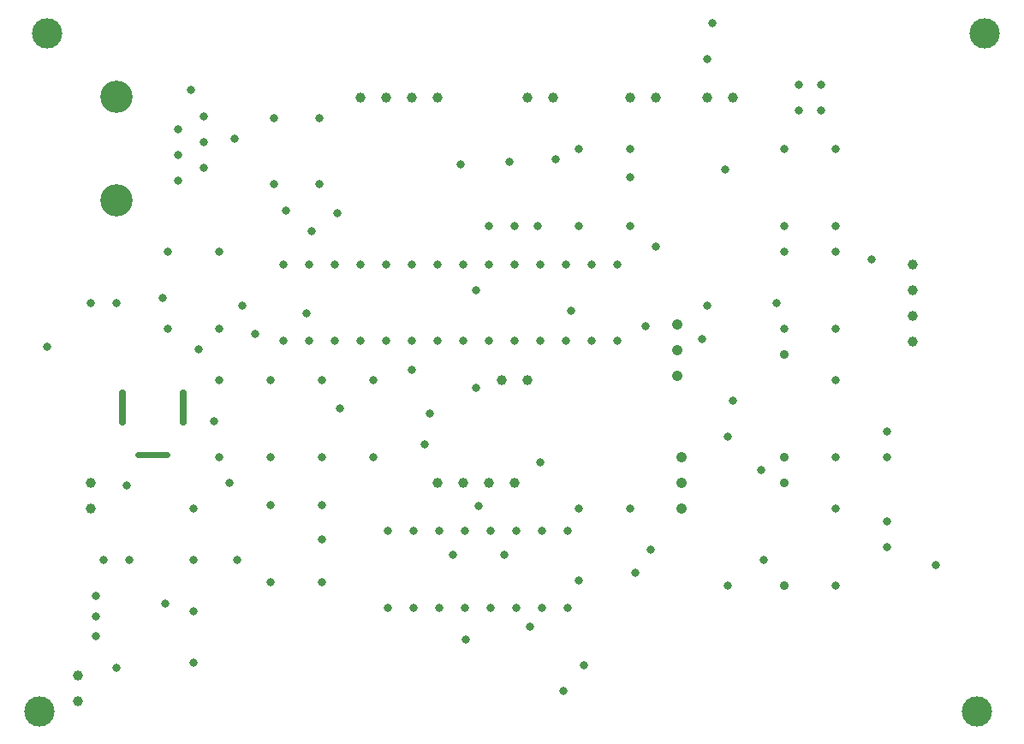
<source format=gbr>
G04 Generated by Ultiboard 14.2 *
%FSLAX34Y34*%
%MOMM*%

%ADD10C,0.0001*%
%ADD11C,1.0000*%
%ADD12C,0.8000*%
%ADD13C,0.9000*%
%ADD14C,1.0668*%
%ADD15R,0.1000X3.0000*%
%ADD16C,0.5000*%
%ADD17R,3.0000X0.1000*%
%ADD18C,3.2000*%
%ADD19C,3.0000*%


G04 ColorRGB 000000 for the following layer *
%LNDrill-Copper Top-Copper Bottom*%
%LPD*%
G54D11*
X63500Y38100D03*
X63500Y63500D03*
X76200Y254000D03*
X76200Y228600D03*
X444500Y254000D03*
X469900Y254000D03*
X495300Y254000D03*
X419100Y254000D03*
X508000Y355600D03*
X482600Y355600D03*
X889000Y444500D03*
X889000Y419100D03*
X889000Y393700D03*
X889000Y469900D03*
X685800Y635000D03*
X711200Y635000D03*
X368300Y635000D03*
X393700Y635000D03*
X419100Y635000D03*
X342900Y635000D03*
X533400Y635000D03*
X508000Y635000D03*
X635000Y635000D03*
X609600Y635000D03*
G54D12*
X543560Y48260D03*
X101600Y71120D03*
X81322Y141800D03*
X81322Y121850D03*
X81322Y101900D03*
X177800Y76200D03*
X177800Y127000D03*
X563880Y73660D03*
X447040Y99060D03*
X510540Y111760D03*
X370143Y206412D03*
X420943Y130212D03*
X395543Y130212D03*
X446343Y130212D03*
X497143Y130212D03*
X471743Y130212D03*
X522543Y130212D03*
X547943Y130212D03*
X522543Y206412D03*
X446343Y206412D03*
X420943Y206412D03*
X395543Y206412D03*
X497143Y206412D03*
X471743Y206412D03*
X547943Y206412D03*
X370143Y130212D03*
X149860Y134620D03*
X706120Y152400D03*
X177800Y177800D03*
X177800Y228600D03*
X254000Y155612D03*
X254000Y231812D03*
X304800Y231812D03*
X304800Y155612D03*
X558800Y157480D03*
X614680Y165100D03*
X812800Y228600D03*
X812800Y152400D03*
X911860Y172720D03*
X88900Y177800D03*
X114300Y177800D03*
X220980Y177800D03*
X434340Y182880D03*
X485140Y182880D03*
X629920Y187960D03*
X741680Y177800D03*
X863600Y190500D03*
X863600Y215900D03*
X304800Y198120D03*
X459740Y231140D03*
X111760Y251460D03*
X213360Y254000D03*
X739140Y266700D03*
X203200Y355600D03*
X203200Y279400D03*
X254000Y279400D03*
X254000Y355600D03*
X304800Y279400D03*
X304800Y355600D03*
X355600Y355600D03*
X355600Y279400D03*
X406400Y292100D03*
X520700Y274320D03*
X812800Y279400D03*
X812800Y355600D03*
X863600Y304800D03*
X863600Y279400D03*
X706120Y299720D03*
X198120Y314960D03*
X322580Y327660D03*
X411480Y322580D03*
X457200Y347980D03*
X711200Y335280D03*
X393700Y365760D03*
X33020Y388620D03*
X182880Y386080D03*
X152400Y406400D03*
X152400Y482600D03*
X203200Y482600D03*
X203200Y406400D03*
X238760Y401320D03*
X292100Y393800D03*
X317500Y393800D03*
X342900Y393800D03*
X368300Y393800D03*
X393700Y393800D03*
X419100Y393800D03*
X444500Y393800D03*
X469900Y393800D03*
X495300Y393800D03*
X520700Y393800D03*
X546100Y393800D03*
X571500Y393800D03*
X596900Y393800D03*
X266700Y469800D03*
X292100Y469800D03*
X317500Y469800D03*
X342900Y469800D03*
X368300Y469800D03*
X393700Y469800D03*
X419100Y469800D03*
X444500Y469800D03*
X469900Y469800D03*
X495300Y469800D03*
X520700Y469800D03*
X546100Y469800D03*
X571500Y469800D03*
X596900Y469800D03*
X266700Y393800D03*
X624840Y408940D03*
X680720Y396240D03*
X762000Y406400D03*
X762000Y482600D03*
X812800Y406400D03*
X812800Y482600D03*
X101600Y431800D03*
X76200Y431800D03*
X226060Y429260D03*
X289560Y421640D03*
X551180Y424180D03*
X685800Y429260D03*
X754380Y431800D03*
X147320Y436880D03*
X457200Y444500D03*
X635000Y487680D03*
X848360Y474980D03*
X294640Y502920D03*
X469900Y508000D03*
X495300Y508000D03*
X518160Y508000D03*
X558800Y584200D03*
X558800Y508000D03*
X609600Y584200D03*
X609600Y508000D03*
X762000Y508000D03*
X762000Y584200D03*
X812800Y584200D03*
X812800Y508000D03*
X187960Y565150D03*
X187960Y590550D03*
X162560Y552450D03*
X162560Y577850D03*
X162560Y603250D03*
X187960Y615950D03*
X269240Y523240D03*
X320040Y520700D03*
X257387Y614680D03*
X257387Y549487D03*
X302260Y614680D03*
X302260Y549487D03*
X441960Y568960D03*
X490220Y571500D03*
X609600Y556260D03*
X703580Y563880D03*
X535940Y574040D03*
X218440Y594360D03*
X798450Y622300D03*
X776350Y622300D03*
X776350Y647700D03*
X798450Y647700D03*
X175260Y642620D03*
X685800Y673100D03*
X690880Y708660D03*
X609600Y228600D03*
X558800Y228600D03*
G54D13*
X762000Y152400D03*
X762000Y254000D03*
X762000Y381000D03*
X762000Y279400D03*
G54D14*
X660400Y279400D03*
X660400Y228600D03*
X660400Y254000D03*
X656325Y410475D03*
X656325Y359675D03*
X656325Y385075D03*
G54D15*
X107400Y327980D03*
X167400Y327980D03*
G54D16*
X106900Y312980D02*
X107900Y312980D01*
X107900Y342980D01*
X106900Y342980D01*
X106900Y312980D01*D02*
X166900Y312980D02*
X167900Y312980D01*
X167900Y342980D01*
X166900Y342980D01*
X166900Y312980D01*D02*
X122400Y280480D02*
X152400Y280480D01*
X152400Y281480D01*
X122400Y281480D01*
X122400Y280480D01*D02*
G54D17*
X137400Y280980D03*
G54D18*
X101665Y533465D03*
X101674Y635382D03*
G54D19*
X33020Y698500D03*
X952500Y27940D03*
X25400Y27940D03*
X960120Y698500D03*

M02*

</source>
